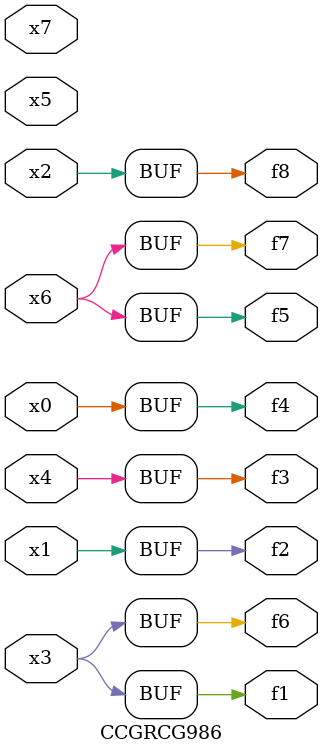
<source format=v>
module CCGRCG986(
	input x0, x1, x2, x3, x4, x5, x6, x7,
	output f1, f2, f3, f4, f5, f6, f7, f8
);
	assign f1 = x3;
	assign f2 = x1;
	assign f3 = x4;
	assign f4 = x0;
	assign f5 = x6;
	assign f6 = x3;
	assign f7 = x6;
	assign f8 = x2;
endmodule

</source>
